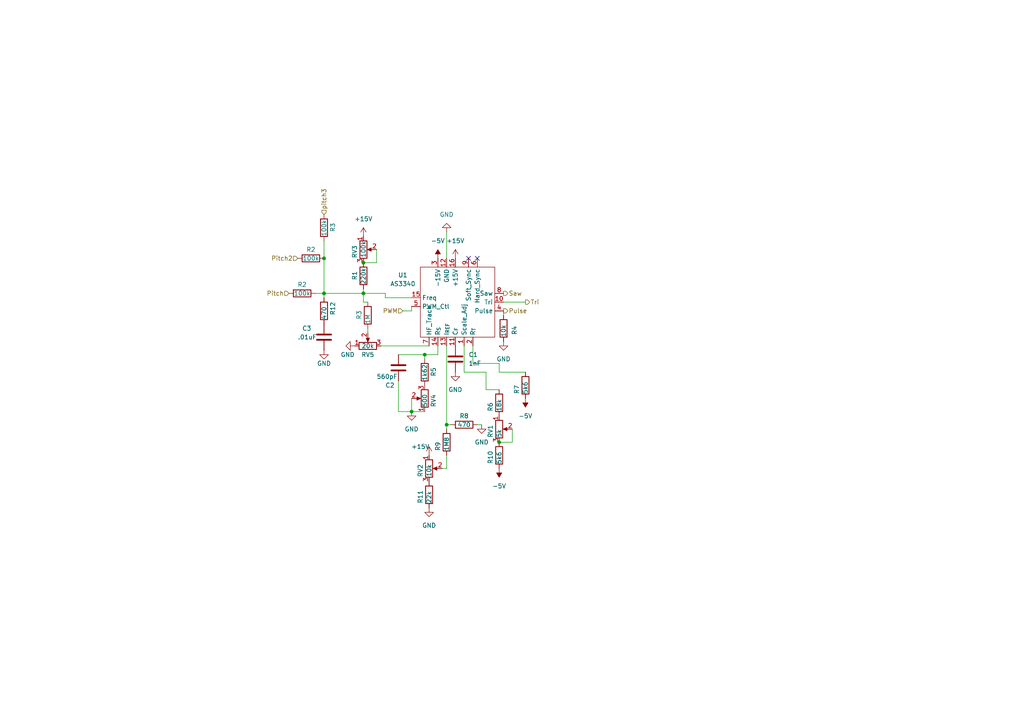
<source format=kicad_sch>
(kicad_sch (version 20211123) (generator eeschema)

  (uuid ad1bf4df-49cc-4e5f-928c-9de967284d0a)

  (paper "A4")

  (lib_symbols
    (symbol "Device:C" (pin_numbers hide) (pin_names (offset 0.254)) (in_bom yes) (on_board yes)
      (property "Reference" "C" (id 0) (at 0.635 2.54 0)
        (effects (font (size 1.27 1.27)) (justify left))
      )
      (property "Value" "C" (id 1) (at 0.635 -2.54 0)
        (effects (font (size 1.27 1.27)) (justify left))
      )
      (property "Footprint" "" (id 2) (at 0.9652 -3.81 0)
        (effects (font (size 1.27 1.27)) hide)
      )
      (property "Datasheet" "~" (id 3) (at 0 0 0)
        (effects (font (size 1.27 1.27)) hide)
      )
      (property "ki_keywords" "cap capacitor" (id 4) (at 0 0 0)
        (effects (font (size 1.27 1.27)) hide)
      )
      (property "ki_description" "Unpolarized capacitor" (id 5) (at 0 0 0)
        (effects (font (size 1.27 1.27)) hide)
      )
      (property "ki_fp_filters" "C_*" (id 6) (at 0 0 0)
        (effects (font (size 1.27 1.27)) hide)
      )
      (symbol "C_0_1"
        (polyline
          (pts
            (xy -2.032 -0.762)
            (xy 2.032 -0.762)
          )
          (stroke (width 0.508) (type default) (color 0 0 0 0))
          (fill (type none))
        )
        (polyline
          (pts
            (xy -2.032 0.762)
            (xy 2.032 0.762)
          )
          (stroke (width 0.508) (type default) (color 0 0 0 0))
          (fill (type none))
        )
      )
      (symbol "C_1_1"
        (pin passive line (at 0 3.81 270) (length 2.794)
          (name "~" (effects (font (size 1.27 1.27))))
          (number "1" (effects (font (size 1.27 1.27))))
        )
        (pin passive line (at 0 -3.81 90) (length 2.794)
          (name "~" (effects (font (size 1.27 1.27))))
          (number "2" (effects (font (size 1.27 1.27))))
        )
      )
    )
    (symbol "Device:R" (pin_numbers hide) (pin_names (offset 0)) (in_bom yes) (on_board yes)
      (property "Reference" "R" (id 0) (at 2.032 0 90)
        (effects (font (size 1.27 1.27)))
      )
      (property "Value" "R" (id 1) (at 0 0 90)
        (effects (font (size 1.27 1.27)))
      )
      (property "Footprint" "" (id 2) (at -1.778 0 90)
        (effects (font (size 1.27 1.27)) hide)
      )
      (property "Datasheet" "~" (id 3) (at 0 0 0)
        (effects (font (size 1.27 1.27)) hide)
      )
      (property "ki_keywords" "R res resistor" (id 4) (at 0 0 0)
        (effects (font (size 1.27 1.27)) hide)
      )
      (property "ki_description" "Resistor" (id 5) (at 0 0 0)
        (effects (font (size 1.27 1.27)) hide)
      )
      (property "ki_fp_filters" "R_*" (id 6) (at 0 0 0)
        (effects (font (size 1.27 1.27)) hide)
      )
      (symbol "R_0_1"
        (rectangle (start -1.016 -2.54) (end 1.016 2.54)
          (stroke (width 0.254) (type default) (color 0 0 0 0))
          (fill (type none))
        )
      )
      (symbol "R_1_1"
        (pin passive line (at 0 3.81 270) (length 1.27)
          (name "~" (effects (font (size 1.27 1.27))))
          (number "1" (effects (font (size 1.27 1.27))))
        )
        (pin passive line (at 0 -3.81 90) (length 1.27)
          (name "~" (effects (font (size 1.27 1.27))))
          (number "2" (effects (font (size 1.27 1.27))))
        )
      )
    )
    (symbol "Device:R_Potentiometer" (pin_names (offset 1.016) hide) (in_bom yes) (on_board yes)
      (property "Reference" "RV" (id 0) (at -4.445 0 90)
        (effects (font (size 1.27 1.27)))
      )
      (property "Value" "R_Potentiometer" (id 1) (at -2.54 0 90)
        (effects (font (size 1.27 1.27)))
      )
      (property "Footprint" "" (id 2) (at 0 0 0)
        (effects (font (size 1.27 1.27)) hide)
      )
      (property "Datasheet" "~" (id 3) (at 0 0 0)
        (effects (font (size 1.27 1.27)) hide)
      )
      (property "ki_keywords" "resistor variable" (id 4) (at 0 0 0)
        (effects (font (size 1.27 1.27)) hide)
      )
      (property "ki_description" "Potentiometer" (id 5) (at 0 0 0)
        (effects (font (size 1.27 1.27)) hide)
      )
      (property "ki_fp_filters" "Potentiometer*" (id 6) (at 0 0 0)
        (effects (font (size 1.27 1.27)) hide)
      )
      (symbol "R_Potentiometer_0_1"
        (polyline
          (pts
            (xy 2.54 0)
            (xy 1.524 0)
          )
          (stroke (width 0) (type default) (color 0 0 0 0))
          (fill (type none))
        )
        (polyline
          (pts
            (xy 1.143 0)
            (xy 2.286 0.508)
            (xy 2.286 -0.508)
            (xy 1.143 0)
          )
          (stroke (width 0) (type default) (color 0 0 0 0))
          (fill (type outline))
        )
        (rectangle (start 1.016 2.54) (end -1.016 -2.54)
          (stroke (width 0.254) (type default) (color 0 0 0 0))
          (fill (type none))
        )
      )
      (symbol "R_Potentiometer_1_1"
        (pin passive line (at 0 3.81 270) (length 1.27)
          (name "1" (effects (font (size 1.27 1.27))))
          (number "1" (effects (font (size 1.27 1.27))))
        )
        (pin passive line (at 3.81 0 180) (length 1.27)
          (name "2" (effects (font (size 1.27 1.27))))
          (number "2" (effects (font (size 1.27 1.27))))
        )
        (pin passive line (at 0 -3.81 90) (length 1.27)
          (name "3" (effects (font (size 1.27 1.27))))
          (number "3" (effects (font (size 1.27 1.27))))
        )
      )
    )
    (symbol "Synth_Parts:AS3340" (in_bom yes) (on_board yes)
      (property "Reference" "U?" (id 0) (at -24.13 0.2288 0)
        (effects (font (size 1.27 1.27)))
      )
      (property "Value" "AS3340" (id 1) (at -24.13 -2.3112 0)
        (effects (font (size 1.27 1.27)))
      )
      (property "Footprint" "Package_DIP:DIP-18_W7.62mm_Socket" (id 2) (at 0 0 0)
        (effects (font (size 1.27 1.27)) hide)
      )
      (property "Datasheet" "https://www.coolaudio.com/docs/COOLAUDIO_V3340_DATASHEETS.pdf" (id 3) (at 0 0 0)
        (effects (font (size 1.27 1.27)) hide)
      )
      (property "ki_description" "Voltage Controlled Oscillator" (id 4) (at 0 0 0)
        (effects (font (size 1.27 1.27)) hide)
      )
      (symbol "AS3340_0_1"
        (rectangle (start -19.05 2.54) (end 2.54 -17.78)
          (stroke (width 0) (type default) (color 0 0 0 0))
          (fill (type none))
        )
        (pin output line (at -6.35 -20.32 90) (length 2.54)
          (name "Scale_Adj" (effects (font (size 1.27 1.27))))
          (number "1" (effects (font (size 1.27 1.27))))
        )
        (pin output line (at 5.08 -7.62 180) (length 2.54)
          (name "Tri" (effects (font (size 1.27 1.27))))
          (number "10" (effects (font (size 1.27 1.27))))
        )
        (pin output line (at -8.89 -20.32 90) (length 2.54)
          (name "C_{F}" (effects (font (size 1.27 1.27))))
          (number "11" (effects (font (size 1.27 1.27))))
        )
        (pin output line (at -11.43 5.08 270) (length 2.54)
          (name "GND" (effects (font (size 1.27 1.27))))
          (number "12" (effects (font (size 1.27 1.27))))
        )
        (pin output line (at -11.43 -20.32 90) (length 2.54)
          (name "I_{REF}" (effects (font (size 1.27 1.27))))
          (number "13" (effects (font (size 1.27 1.27))))
        )
        (pin output line (at -13.97 -20.32 90) (length 2.54)
          (name "R_{S}" (effects (font (size 1.27 1.27))))
          (number "14" (effects (font (size 1.27 1.27))))
        )
        (pin output line (at -21.59 -6.35 0) (length 2.54)
          (name "Freq" (effects (font (size 1.27 1.27))))
          (number "15" (effects (font (size 1.27 1.27))))
        )
        (pin output line (at -8.89 5.08 270) (length 2.54)
          (name "+15V" (effects (font (size 1.27 1.27))))
          (number "16" (effects (font (size 1.27 1.27))))
        )
        (pin output line (at -3.81 -20.32 90) (length 2.54)
          (name "R_{T}" (effects (font (size 1.27 1.27))))
          (number "2" (effects (font (size 1.27 1.27))))
        )
        (pin output line (at -13.97 5.08 270) (length 2.54)
          (name "-15V" (effects (font (size 1.27 1.27))))
          (number "3" (effects (font (size 1.27 1.27))))
        )
        (pin output line (at 5.08 -10.16 180) (length 2.54)
          (name "Pulse" (effects (font (size 1.27 1.27))))
          (number "4" (effects (font (size 1.27 1.27))))
        )
        (pin output line (at -21.59 -8.89 0) (length 2.54)
          (name "PWM_Ctl" (effects (font (size 1.27 1.27))))
          (number "5" (effects (font (size 1.27 1.27))))
        )
        (pin output line (at -2.54 5.08 270) (length 2.54)
          (name "Hard_Sync" (effects (font (size 1.27 1.27))))
          (number "6" (effects (font (size 1.27 1.27))))
        )
        (pin output line (at -16.51 -20.32 90) (length 2.54)
          (name "HF_Track" (effects (font (size 1.27 1.27))))
          (number "7" (effects (font (size 1.27 1.27))))
        )
        (pin output line (at 5.08 -5.08 180) (length 2.54)
          (name "Saw" (effects (font (size 1.27 1.27))))
          (number "8" (effects (font (size 1.27 1.27))))
        )
        (pin output line (at -5.08 5.08 270) (length 2.54)
          (name "Soft_Sync" (effects (font (size 1.27 1.27))))
          (number "9" (effects (font (size 1.27 1.27))))
        )
      )
    )
    (symbol "power:+15V" (power) (pin_names (offset 0)) (in_bom yes) (on_board yes)
      (property "Reference" "#PWR" (id 0) (at 0 -3.81 0)
        (effects (font (size 1.27 1.27)) hide)
      )
      (property "Value" "+15V" (id 1) (at 0 3.556 0)
        (effects (font (size 1.27 1.27)))
      )
      (property "Footprint" "" (id 2) (at 0 0 0)
        (effects (font (size 1.27 1.27)) hide)
      )
      (property "Datasheet" "" (id 3) (at 0 0 0)
        (effects (font (size 1.27 1.27)) hide)
      )
      (property "ki_keywords" "power-flag" (id 4) (at 0 0 0)
        (effects (font (size 1.27 1.27)) hide)
      )
      (property "ki_description" "Power symbol creates a global label with name \"+15V\"" (id 5) (at 0 0 0)
        (effects (font (size 1.27 1.27)) hide)
      )
      (symbol "+15V_0_1"
        (polyline
          (pts
            (xy -0.762 1.27)
            (xy 0 2.54)
          )
          (stroke (width 0) (type default) (color 0 0 0 0))
          (fill (type none))
        )
        (polyline
          (pts
            (xy 0 0)
            (xy 0 2.54)
          )
          (stroke (width 0) (type default) (color 0 0 0 0))
          (fill (type none))
        )
        (polyline
          (pts
            (xy 0 2.54)
            (xy 0.762 1.27)
          )
          (stroke (width 0) (type default) (color 0 0 0 0))
          (fill (type none))
        )
      )
      (symbol "+15V_1_1"
        (pin power_in line (at 0 0 90) (length 0) hide
          (name "+15V" (effects (font (size 1.27 1.27))))
          (number "1" (effects (font (size 1.27 1.27))))
        )
      )
    )
    (symbol "power:-5V" (power) (pin_names (offset 0)) (in_bom yes) (on_board yes)
      (property "Reference" "#PWR" (id 0) (at 0 2.54 0)
        (effects (font (size 1.27 1.27)) hide)
      )
      (property "Value" "-5V" (id 1) (at 0 3.81 0)
        (effects (font (size 1.27 1.27)))
      )
      (property "Footprint" "" (id 2) (at 0 0 0)
        (effects (font (size 1.27 1.27)) hide)
      )
      (property "Datasheet" "" (id 3) (at 0 0 0)
        (effects (font (size 1.27 1.27)) hide)
      )
      (property "ki_keywords" "power-flag" (id 4) (at 0 0 0)
        (effects (font (size 1.27 1.27)) hide)
      )
      (property "ki_description" "Power symbol creates a global label with name \"-5V\"" (id 5) (at 0 0 0)
        (effects (font (size 1.27 1.27)) hide)
      )
      (symbol "-5V_0_0"
        (pin power_in line (at 0 0 90) (length 0) hide
          (name "-5V" (effects (font (size 1.27 1.27))))
          (number "1" (effects (font (size 1.27 1.27))))
        )
      )
      (symbol "-5V_0_1"
        (polyline
          (pts
            (xy 0 0)
            (xy 0 1.27)
            (xy 0.762 1.27)
            (xy 0 2.54)
            (xy -0.762 1.27)
            (xy 0 1.27)
          )
          (stroke (width 0) (type default) (color 0 0 0 0))
          (fill (type outline))
        )
      )
    )
    (symbol "power:GND" (power) (pin_names (offset 0)) (in_bom yes) (on_board yes)
      (property "Reference" "#PWR" (id 0) (at 0 -6.35 0)
        (effects (font (size 1.27 1.27)) hide)
      )
      (property "Value" "GND" (id 1) (at 0 -3.81 0)
        (effects (font (size 1.27 1.27)))
      )
      (property "Footprint" "" (id 2) (at 0 0 0)
        (effects (font (size 1.27 1.27)) hide)
      )
      (property "Datasheet" "" (id 3) (at 0 0 0)
        (effects (font (size 1.27 1.27)) hide)
      )
      (property "ki_keywords" "power-flag" (id 4) (at 0 0 0)
        (effects (font (size 1.27 1.27)) hide)
      )
      (property "ki_description" "Power symbol creates a global label with name \"GND\" , ground" (id 5) (at 0 0 0)
        (effects (font (size 1.27 1.27)) hide)
      )
      (symbol "GND_0_1"
        (polyline
          (pts
            (xy 0 0)
            (xy 0 -1.27)
            (xy 1.27 -1.27)
            (xy 0 -2.54)
            (xy -1.27 -1.27)
            (xy 0 -1.27)
          )
          (stroke (width 0) (type default) (color 0 0 0 0))
          (fill (type none))
        )
      )
      (symbol "GND_1_1"
        (pin power_in line (at 0 0 270) (length 0) hide
          (name "GND" (effects (font (size 1.27 1.27))))
          (number "1" (effects (font (size 1.27 1.27))))
        )
      )
    )
  )

  (junction (at 123.19 102.87) (diameter 0) (color 0 0 0 0)
    (uuid 4c210c9a-7dd1-4a20-9e98-e8274559c36a)
  )
  (junction (at 144.78 128.27) (diameter 0) (color 0 0 0 0)
    (uuid 5bc32a41-6ccd-4450-9112-db3a89122285)
  )
  (junction (at 105.41 76.2) (diameter 0) (color 0 0 0 0)
    (uuid 6f84b054-325e-4eb0-8000-c064a25f5d74)
  )
  (junction (at 105.41 85.09) (diameter 0) (color 0 0 0 0)
    (uuid 79c3c8a0-79ed-46e4-a279-dcaf2ad4ec61)
  )
  (junction (at 93.98 74.93) (diameter 0) (color 0 0 0 0)
    (uuid 9e343163-c6ad-421f-b91b-9aebb4563bd9)
  )
  (junction (at 119.38 119.38) (diameter 0) (color 0 0 0 0)
    (uuid bcce3566-13f1-4e19-9636-9ed285fc05f1)
  )
  (junction (at 129.54 123.19) (diameter 0) (color 0 0 0 0)
    (uuid d54e3c6c-8fba-45b2-80f5-17b753dc5a6b)
  )
  (junction (at 93.98 85.09) (diameter 0) (color 0 0 0 0)
    (uuid edb3bda5-9fab-4e1e-b0ba-601ca11834aa)
  )

  (no_connect (at 138.43 74.93) (uuid 528103ff-79c3-4414-ab21-cd51d48ddb6b))
  (no_connect (at 135.89 74.93) (uuid 528103ff-79c3-4414-ab21-cd51d48ddb6c))

  (wire (pts (xy 119.38 86.36) (xy 111.76 86.36))
    (stroke (width 0) (type default) (color 0 0 0 0))
    (uuid 025beaab-b6fd-4241-a77c-71b4ec64c488)
  )
  (wire (pts (xy 115.57 119.38) (xy 119.38 119.38))
    (stroke (width 0) (type default) (color 0 0 0 0))
    (uuid 035790b4-c83c-4a73-9496-3f440424c41d)
  )
  (wire (pts (xy 134.62 107.95) (xy 140.97 107.95))
    (stroke (width 0) (type default) (color 0 0 0 0))
    (uuid 03d6997f-9bc8-44b8-bbbc-c82ab25e37e0)
  )
  (wire (pts (xy 116.84 90.17) (xy 119.38 90.17))
    (stroke (width 0) (type default) (color 0 0 0 0))
    (uuid 11f18977-2064-4f69-90da-7af6d2107bbc)
  )
  (wire (pts (xy 93.98 85.09) (xy 105.41 85.09))
    (stroke (width 0) (type default) (color 0 0 0 0))
    (uuid 1af4d11e-5700-4718-a5bc-5cbeb2a51f3d)
  )
  (wire (pts (xy 119.38 119.38) (xy 123.19 119.38))
    (stroke (width 0) (type default) (color 0 0 0 0))
    (uuid 1ebe05c2-40ed-4ded-930c-d665ad265801)
  )
  (wire (pts (xy 93.98 85.09) (xy 93.98 86.36))
    (stroke (width 0) (type default) (color 0 0 0 0))
    (uuid 1fef0b5d-e397-459d-ad37-c1160e7299b0)
  )
  (wire (pts (xy 140.97 107.95) (xy 140.97 113.03))
    (stroke (width 0) (type default) (color 0 0 0 0))
    (uuid 24b884f8-12ce-4bfe-ba7a-35f3d4689f1a)
  )
  (wire (pts (xy 91.44 85.09) (xy 93.98 85.09))
    (stroke (width 0) (type default) (color 0 0 0 0))
    (uuid 446f133f-581c-4c32-8a9e-241541c3093f)
  )
  (wire (pts (xy 93.98 69.85) (xy 93.98 74.93))
    (stroke (width 0) (type default) (color 0 0 0 0))
    (uuid 459cc8e5-2f83-4a15-acf2-3fbd7360c05e)
  )
  (wire (pts (xy 127 102.87) (xy 123.19 102.87))
    (stroke (width 0) (type default) (color 0 0 0 0))
    (uuid 4815787a-0689-41bf-b38c-a6bfc8cc09fc)
  )
  (wire (pts (xy 106.68 96.52) (xy 106.68 95.25))
    (stroke (width 0) (type default) (color 0 0 0 0))
    (uuid 4fb4afce-d8c6-4fc2-9769-7218e42ba78c)
  )
  (wire (pts (xy 146.05 90.17) (xy 146.05 91.44))
    (stroke (width 0) (type default) (color 0 0 0 0))
    (uuid 7438b8b8-dcd3-4d7a-81a0-8f77a00a91bf)
  )
  (wire (pts (xy 129.54 100.33) (xy 129.54 123.19))
    (stroke (width 0) (type default) (color 0 0 0 0))
    (uuid 7ec5d701-207d-4caf-8802-61956ca6a55d)
  )
  (wire (pts (xy 111.76 86.36) (xy 111.76 85.09))
    (stroke (width 0) (type default) (color 0 0 0 0))
    (uuid 85755db5-864b-44f4-9860-3f2c312f1fdd)
  )
  (wire (pts (xy 129.54 123.19) (xy 129.54 124.46))
    (stroke (width 0) (type default) (color 0 0 0 0))
    (uuid 8b0a88fc-8b20-4aa2-bfaf-280f7b42cced)
  )
  (wire (pts (xy 138.43 123.19) (xy 139.7 123.19))
    (stroke (width 0) (type default) (color 0 0 0 0))
    (uuid 8bf3b020-8acb-416a-8440-0ec796537b14)
  )
  (wire (pts (xy 119.38 90.17) (xy 119.38 88.9))
    (stroke (width 0) (type default) (color 0 0 0 0))
    (uuid 8d2b8307-8f96-4cd9-93d0-6f5267ebd242)
  )
  (wire (pts (xy 93.98 74.93) (xy 93.98 85.09))
    (stroke (width 0) (type default) (color 0 0 0 0))
    (uuid 9713604d-68b1-4362-91e2-f76258df8f01)
  )
  (wire (pts (xy 119.38 119.38) (xy 119.38 115.57))
    (stroke (width 0) (type default) (color 0 0 0 0))
    (uuid 980dec0a-cec5-4a01-8cb9-9956991200b8)
  )
  (wire (pts (xy 137.16 100.33) (xy 137.16 105.41))
    (stroke (width 0) (type default) (color 0 0 0 0))
    (uuid 9c0f2701-1729-49c6-b1dd-1a9826b33d83)
  )
  (wire (pts (xy 148.59 128.27) (xy 144.78 128.27))
    (stroke (width 0) (type default) (color 0 0 0 0))
    (uuid 9e66e3af-3d3c-42aa-9d54-2247c76141d5)
  )
  (wire (pts (xy 146.05 87.63) (xy 152.4 87.63))
    (stroke (width 0) (type default) (color 0 0 0 0))
    (uuid 9fd757e1-6704-4575-b42c-627cb0cc0cfb)
  )
  (wire (pts (xy 130.81 123.19) (xy 129.54 123.19))
    (stroke (width 0) (type default) (color 0 0 0 0))
    (uuid a229dba8-7ba7-4fc3-8beb-02273c7037fa)
  )
  (wire (pts (xy 111.76 85.09) (xy 105.41 85.09))
    (stroke (width 0) (type default) (color 0 0 0 0))
    (uuid a2bd0d81-81d3-4131-a7d7-e427bae59208)
  )
  (wire (pts (xy 105.41 83.82) (xy 105.41 85.09))
    (stroke (width 0) (type default) (color 0 0 0 0))
    (uuid ac548e53-ebbc-4370-91a3-0e833ccd5faa)
  )
  (wire (pts (xy 129.54 135.89) (xy 129.54 132.08))
    (stroke (width 0) (type default) (color 0 0 0 0))
    (uuid ad79b20b-13fc-4bda-88e8-fb59f5680ee9)
  )
  (wire (pts (xy 152.4 107.95) (xy 144.78 107.95))
    (stroke (width 0) (type default) (color 0 0 0 0))
    (uuid b24afa17-e200-428a-a310-2b838134c8e6)
  )
  (wire (pts (xy 109.22 72.39) (xy 109.22 76.2))
    (stroke (width 0) (type default) (color 0 0 0 0))
    (uuid b4113201-3386-4af0-bb5b-432a7cd90d96)
  )
  (wire (pts (xy 134.62 107.95) (xy 134.62 100.33))
    (stroke (width 0) (type default) (color 0 0 0 0))
    (uuid b70e0724-fc37-49c0-a958-74472d3ded01)
  )
  (wire (pts (xy 110.49 100.33) (xy 124.46 100.33))
    (stroke (width 0) (type default) (color 0 0 0 0))
    (uuid bb9cfd17-ab7f-46ed-9c89-9a472fa55600)
  )
  (wire (pts (xy 137.16 105.41) (xy 144.78 105.41))
    (stroke (width 0) (type default) (color 0 0 0 0))
    (uuid c017a7cd-fde2-4cef-b9f4-3c4059e3d608)
  )
  (wire (pts (xy 148.59 124.46) (xy 148.59 128.27))
    (stroke (width 0) (type default) (color 0 0 0 0))
    (uuid c1b6cbbe-e8a9-46e6-a621-7f88dec39400)
  )
  (wire (pts (xy 123.19 102.87) (xy 123.19 104.14))
    (stroke (width 0) (type default) (color 0 0 0 0))
    (uuid c3df4e67-6f8c-49c4-b0d3-138b537d0bc4)
  )
  (wire (pts (xy 105.41 85.09) (xy 105.41 87.63))
    (stroke (width 0) (type default) (color 0 0 0 0))
    (uuid c3e0c7a4-b328-4c48-965e-e477a424ef48)
  )
  (wire (pts (xy 140.97 113.03) (xy 144.78 113.03))
    (stroke (width 0) (type default) (color 0 0 0 0))
    (uuid c6d140f4-d741-49bf-b9f1-3585046dec3c)
  )
  (wire (pts (xy 109.22 76.2) (xy 105.41 76.2))
    (stroke (width 0) (type default) (color 0 0 0 0))
    (uuid ca677dc6-bd0f-4aac-8355-73afcc75a4cf)
  )
  (wire (pts (xy 127 102.87) (xy 127 100.33))
    (stroke (width 0) (type default) (color 0 0 0 0))
    (uuid d40aeb91-faed-4bab-98fb-7e2b06816ee1)
  )
  (wire (pts (xy 128.27 135.89) (xy 129.54 135.89))
    (stroke (width 0) (type default) (color 0 0 0 0))
    (uuid d50e5b5c-8b0a-4372-9a9c-883d82ea623c)
  )
  (wire (pts (xy 115.57 110.49) (xy 115.57 119.38))
    (stroke (width 0) (type default) (color 0 0 0 0))
    (uuid e682b95c-0ccd-43f6-886e-ff853895b1cd)
  )
  (wire (pts (xy 144.78 107.95) (xy 144.78 105.41))
    (stroke (width 0) (type default) (color 0 0 0 0))
    (uuid ef8516a7-37c1-4ec2-891d-2f70ee42aa45)
  )
  (wire (pts (xy 115.57 102.87) (xy 123.19 102.87))
    (stroke (width 0) (type default) (color 0 0 0 0))
    (uuid f613eeb0-e712-4875-b867-6f26f8f2a8ab)
  )
  (wire (pts (xy 106.68 87.63) (xy 105.41 87.63))
    (stroke (width 0) (type default) (color 0 0 0 0))
    (uuid fa0e4b35-e106-4d2c-ab51-2e40d87404da)
  )
  (wire (pts (xy 129.54 67.31) (xy 129.54 74.93))
    (stroke (width 0) (type default) (color 0 0 0 0))
    (uuid ffb730cc-929d-48bc-a762-73e9adc5f451)
  )

  (hierarchical_label "Tri" (shape output) (at 152.4 87.63 0)
    (effects (font (size 1.27 1.27)) (justify left))
    (uuid 56062cad-db59-4865-adf3-f22e83a0de5f)
  )
  (hierarchical_label "Pitch" (shape input) (at 83.82 85.09 180)
    (effects (font (size 1.27 1.27)) (justify right))
    (uuid 56cb21f9-9b79-4a87-b43a-37fd12474922)
  )
  (hierarchical_label "pitch3" (shape input) (at 93.98 62.23 90)
    (effects (font (size 1.27 1.27)) (justify left))
    (uuid 57135405-4273-4a21-a181-1ac777e4723c)
  )
  (hierarchical_label "Pitch2" (shape input) (at 86.36 74.93 180)
    (effects (font (size 1.27 1.27)) (justify right))
    (uuid 8e01f13c-7bf7-401e-ac28-9c8cfb513576)
  )
  (hierarchical_label "Saw" (shape output) (at 146.05 85.09 0)
    (effects (font (size 1.27 1.27)) (justify left))
    (uuid 9316763b-2e71-43b8-8bd9-ca8afcbb616c)
  )
  (hierarchical_label "PWM" (shape input) (at 116.84 90.17 180)
    (effects (font (size 1.27 1.27)) (justify right))
    (uuid c1959014-2f1a-4b64-9922-3adfd4c54619)
  )
  (hierarchical_label "Pulse" (shape output) (at 146.05 90.17 0)
    (effects (font (size 1.27 1.27)) (justify left))
    (uuid febe8886-1dd8-4c10-a19e-8ed80b52c702)
  )

  (symbol (lib_id "power:GND") (at 129.54 67.31 180) (unit 1)
    (in_bom yes) (on_board yes) (fields_autoplaced)
    (uuid 0202b115-b107-4c24-a07b-8cc527fa2978)
    (property "Reference" "#PWR0102" (id 0) (at 129.54 60.96 0)
      (effects (font (size 1.27 1.27)) hide)
    )
    (property "Value" "GND" (id 1) (at 129.54 62.23 0))
    (property "Footprint" "" (id 2) (at 129.54 67.31 0)
      (effects (font (size 1.27 1.27)) hide)
    )
    (property "Datasheet" "" (id 3) (at 129.54 67.31 0)
      (effects (font (size 1.27 1.27)) hide)
    )
    (pin "1" (uuid f55571a1-db3e-4b0f-864a-709a76eb7054))
  )

  (symbol (lib_id "power:-5V") (at 144.78 135.89 180) (unit 1)
    (in_bom yes) (on_board yes) (fields_autoplaced)
    (uuid 05fcb28a-57af-4dea-85f4-43f7577d5a25)
    (property "Reference" "#PWR0114" (id 0) (at 144.78 138.43 0)
      (effects (font (size 1.27 1.27)) hide)
    )
    (property "Value" "-5V" (id 1) (at 144.78 140.97 0))
    (property "Footprint" "" (id 2) (at 144.78 135.89 0)
      (effects (font (size 1.27 1.27)) hide)
    )
    (property "Datasheet" "" (id 3) (at 144.78 135.89 0)
      (effects (font (size 1.27 1.27)) hide)
    )
    (pin "1" (uuid efa87ac7-8650-4b6b-952b-56a48e700c02))
  )

  (symbol (lib_id "power:GND") (at 102.87 100.33 270) (unit 1)
    (in_bom yes) (on_board yes)
    (uuid 07f8fc6e-cbb3-4971-b1ad-422506fd2f42)
    (property "Reference" "#PWR0107" (id 0) (at 96.52 100.33 0)
      (effects (font (size 1.27 1.27)) hide)
    )
    (property "Value" "GND" (id 1) (at 102.87 102.87 90)
      (effects (font (size 1.27 1.27)) (justify right))
    )
    (property "Footprint" "" (id 2) (at 102.87 100.33 0)
      (effects (font (size 1.27 1.27)) hide)
    )
    (property "Datasheet" "" (id 3) (at 102.87 100.33 0)
      (effects (font (size 1.27 1.27)) hide)
    )
    (pin "1" (uuid 3e8474e8-afb1-42af-982b-615ca0d4061b))
  )

  (symbol (lib_id "power:+15V") (at 132.08 74.93 0) (unit 1)
    (in_bom yes) (on_board yes) (fields_autoplaced)
    (uuid 0f8e7eb8-bf62-45f3-a4bc-7c46f07a9ad5)
    (property "Reference" "#PWR0105" (id 0) (at 132.08 78.74 0)
      (effects (font (size 1.27 1.27)) hide)
    )
    (property "Value" "+15V" (id 1) (at 132.08 69.85 0))
    (property "Footprint" "" (id 2) (at 132.08 74.93 0)
      (effects (font (size 1.27 1.27)) hide)
    )
    (property "Datasheet" "" (id 3) (at 132.08 74.93 0)
      (effects (font (size 1.27 1.27)) hide)
    )
    (pin "1" (uuid c5e2e8ca-a9ce-4969-abd1-db4741ebb34e))
  )

  (symbol (lib_id "power:GND") (at 119.38 119.38 0) (unit 1)
    (in_bom yes) (on_board yes) (fields_autoplaced)
    (uuid 1090d665-0349-4279-8ef9-29dd76e37da8)
    (property "Reference" "#PWR0111" (id 0) (at 119.38 125.73 0)
      (effects (font (size 1.27 1.27)) hide)
    )
    (property "Value" "GND" (id 1) (at 119.38 124.46 0))
    (property "Footprint" "" (id 2) (at 119.38 119.38 0)
      (effects (font (size 1.27 1.27)) hide)
    )
    (property "Datasheet" "" (id 3) (at 119.38 119.38 0)
      (effects (font (size 1.27 1.27)) hide)
    )
    (pin "1" (uuid a33b538b-2a41-4e74-8e03-dd250e5b3d3d))
  )

  (symbol (lib_id "power:GND") (at 139.7 123.19 0) (unit 1)
    (in_bom yes) (on_board yes) (fields_autoplaced)
    (uuid 15929d04-115c-4bd4-9b9a-fca06875602f)
    (property "Reference" "#PWR0112" (id 0) (at 139.7 129.54 0)
      (effects (font (size 1.27 1.27)) hide)
    )
    (property "Value" "GND" (id 1) (at 139.7 128.27 0))
    (property "Footprint" "" (id 2) (at 139.7 123.19 0)
      (effects (font (size 1.27 1.27)) hide)
    )
    (property "Datasheet" "" (id 3) (at 139.7 123.19 0)
      (effects (font (size 1.27 1.27)) hide)
    )
    (pin "1" (uuid f1ab2d4b-90fd-4fab-8cb1-8ceadb35b1ff))
  )

  (symbol (lib_id "Device:R") (at 123.19 107.95 0) (unit 1)
    (in_bom yes) (on_board yes)
    (uuid 1932db09-4f0a-4ff4-8545-6795707b0f39)
    (property "Reference" "R22" (id 0) (at 125.73 109.22 90)
      (effects (font (size 1.27 1.27)) (justify left))
    )
    (property "Value" "1k6" (id 1) (at 123.19 110.49 90)
      (effects (font (size 1.27 1.27)) (justify left))
    )
    (property "Footprint" "Resistor_THT:R_Axial_DIN0207_L6.3mm_D2.5mm_P10.16mm_Horizontal" (id 2) (at 121.412 107.95 90)
      (effects (font (size 1.27 1.27)) hide)
    )
    (property "Datasheet" "~" (id 3) (at 123.19 107.95 0)
      (effects (font (size 1.27 1.27)) hide)
    )
    (pin "1" (uuid 99ec2997-083c-4355-9049-89025df82a9e))
    (pin "2" (uuid 9e5d9942-6368-4cf7-a619-fb83a33cb286))
  )

  (symbol (lib_id "Synth_Parts:AS3340") (at 140.97 80.01 0) (unit 1)
    (in_bom yes) (on_board yes) (fields_autoplaced)
    (uuid 1ea16567-d0b7-4dd6-bfb4-19d540acb313)
    (property "Reference" "U2" (id 0) (at 116.84 79.7812 0))
    (property "Value" "AS3340" (id 1) (at 116.84 82.3212 0))
    (property "Footprint" "Package_DIP:DIP-16_W7.62mm_Socket" (id 2) (at 140.97 80.01 0)
      (effects (font (size 1.27 1.27)) hide)
    )
    (property "Datasheet" "https://www.coolaudio.com/docs/COOLAUDIO_V3340_DATASHEETS.pdf" (id 3) (at 140.97 80.01 0)
      (effects (font (size 1.27 1.27)) hide)
    )
    (pin "1" (uuid dfa059b8-1da3-4822-bc36-e49d6180af1c))
    (pin "10" (uuid 76c28244-15f7-4583-bd86-c290af10bf9b))
    (pin "11" (uuid ea0f1043-5f64-4c6f-99bb-82558e571447))
    (pin "12" (uuid ff113fb5-8567-49a9-a603-b15034b9c81e))
    (pin "13" (uuid 110df110-4b2e-4b1d-9b86-21da30d33c6f))
    (pin "14" (uuid aa7be6b2-abe5-4124-ac29-729bc58dafcf))
    (pin "15" (uuid 1dce79e3-caf5-40c9-b8f9-f19c9ca4404f))
    (pin "16" (uuid 1f8d8c1c-138e-4357-9f21-0c3e94e9b8bf))
    (pin "2" (uuid 73194592-c4d5-43b4-b60a-1e3b13c863fb))
    (pin "3" (uuid f8ef2ddb-4c7a-4aad-9dfa-d168b6219930))
    (pin "4" (uuid 01e42908-3622-4fa9-a96b-08e6c3c9c45c))
    (pin "5" (uuid 9a932a25-6bda-48cc-8f81-29fee231bc6f))
    (pin "6" (uuid c631f715-3b9f-4e2d-9e06-2a79162c9c23))
    (pin "7" (uuid 43f00d42-cce1-426c-a947-7932a2551ca8))
    (pin "8" (uuid c6fe1e60-b528-41f6-af57-12a88971bbcf))
    (pin "9" (uuid 84e77a95-e74a-493c-9244-ade1392073ad))
  )

  (symbol (lib_id "power:GND") (at 146.05 99.06 0) (unit 1)
    (in_bom yes) (on_board yes) (fields_autoplaced)
    (uuid 3aefb126-4925-47e5-bb68-a9643a7c76fd)
    (property "Reference" "#PWR0106" (id 0) (at 146.05 105.41 0)
      (effects (font (size 1.27 1.27)) hide)
    )
    (property "Value" "GND" (id 1) (at 146.05 104.14 0))
    (property "Footprint" "" (id 2) (at 146.05 99.06 0)
      (effects (font (size 1.27 1.27)) hide)
    )
    (property "Datasheet" "" (id 3) (at 146.05 99.06 0)
      (effects (font (size 1.27 1.27)) hide)
    )
    (pin "1" (uuid a4f795ae-c3af-4d99-b46b-127aa9d75dff))
  )

  (symbol (lib_id "power:GND") (at 124.46 147.32 0) (unit 1)
    (in_bom yes) (on_board yes) (fields_autoplaced)
    (uuid 45a125ba-9b64-4cd4-8be1-b1ccf94fe492)
    (property "Reference" "#PWR0115" (id 0) (at 124.46 153.67 0)
      (effects (font (size 1.27 1.27)) hide)
    )
    (property "Value" "GND" (id 1) (at 124.46 152.4 0))
    (property "Footprint" "" (id 2) (at 124.46 147.32 0)
      (effects (font (size 1.27 1.27)) hide)
    )
    (property "Datasheet" "" (id 3) (at 124.46 147.32 0)
      (effects (font (size 1.27 1.27)) hide)
    )
    (pin "1" (uuid 3f3d9196-c9d9-4340-81f8-bc7f6600307f))
  )

  (symbol (lib_id "power:-5V") (at 127 74.93 0) (unit 1)
    (in_bom yes) (on_board yes) (fields_autoplaced)
    (uuid 50936b13-816b-49d9-aa8c-e1736fadffe8)
    (property "Reference" "#PWR0104" (id 0) (at 127 72.39 0)
      (effects (font (size 1.27 1.27)) hide)
    )
    (property "Value" "-5V" (id 1) (at 127 69.85 0))
    (property "Footprint" "" (id 2) (at 127 74.93 0)
      (effects (font (size 1.27 1.27)) hide)
    )
    (property "Datasheet" "" (id 3) (at 127 74.93 0)
      (effects (font (size 1.27 1.27)) hide)
    )
    (pin "1" (uuid 2d130c2b-9688-427e-b81a-89e4613e2763))
  )

  (symbol (lib_id "Device:R_Potentiometer") (at 124.46 135.89 0) (unit 1)
    (in_bom yes) (on_board yes)
    (uuid 54da1f8e-fd94-4e76-bd78-c74dfb6d7027)
    (property "Reference" "RV5" (id 0) (at 121.92 134.62 90)
      (effects (font (size 1.27 1.27)) (justify right))
    )
    (property "Value" "10k" (id 1) (at 124.46 134.62 90)
      (effects (font (size 1.27 1.27)) (justify right))
    )
    (property "Footprint" "Potentiometer_THT:Potentiometer_Bourns_3296W_Vertical" (id 2) (at 124.46 135.89 0)
      (effects (font (size 1.27 1.27)) hide)
    )
    (property "Datasheet" "~" (id 3) (at 124.46 135.89 0)
      (effects (font (size 1.27 1.27)) hide)
    )
    (pin "1" (uuid 5492cf51-c20d-4fe7-9271-9bca964c10b7))
    (pin "2" (uuid f8c6f466-a6b4-4e8d-966d-9d7d1af19d53))
    (pin "3" (uuid f3d37e34-7848-4703-9246-accc14c845b6))
  )

  (symbol (lib_id "Device:R") (at 129.54 128.27 0) (unit 1)
    (in_bom yes) (on_board yes)
    (uuid 54e4ed34-5011-4d60-99a9-2ea05cce9b85)
    (property "Reference" "R39" (id 0) (at 127 130.81 90)
      (effects (font (size 1.27 1.27)) (justify left))
    )
    (property "Value" "1M8" (id 1) (at 129.54 130.81 90)
      (effects (font (size 1.27 1.27)) (justify left))
    )
    (property "Footprint" "Resistor_THT:R_Axial_DIN0207_L6.3mm_D2.5mm_P10.16mm_Horizontal" (id 2) (at 127.762 128.27 90)
      (effects (font (size 1.27 1.27)) hide)
    )
    (property "Datasheet" "~" (id 3) (at 129.54 128.27 0)
      (effects (font (size 1.27 1.27)) hide)
    )
    (pin "1" (uuid d040de55-21d4-49ab-9adf-3c9cb1658bb7))
    (pin "2" (uuid cb68171a-642a-4a1f-8842-6dc41b2ac2fc))
  )

  (symbol (lib_id "power:GND") (at 93.98 101.6 0) (unit 1)
    (in_bom yes) (on_board yes)
    (uuid 66182f9d-749c-47cc-a727-795d6bc0a6fa)
    (property "Reference" "#PWR0108" (id 0) (at 93.98 107.95 0)
      (effects (font (size 1.27 1.27)) hide)
    )
    (property "Value" "GND" (id 1) (at 93.98 105.41 0))
    (property "Footprint" "" (id 2) (at 93.98 101.6 0)
      (effects (font (size 1.27 1.27)) hide)
    )
    (property "Datasheet" "" (id 3) (at 93.98 101.6 0)
      (effects (font (size 1.27 1.27)) hide)
    )
    (pin "1" (uuid 3788822e-0067-4312-b5cf-0a8b72317157))
  )

  (symbol (lib_id "Device:C") (at 115.57 106.68 0) (unit 1)
    (in_bom yes) (on_board yes)
    (uuid 69cb2063-0f87-47d6-bbdb-4ab915e02ffe)
    (property "Reference" "C7" (id 0) (at 111.76 111.76 0)
      (effects (font (size 1.27 1.27)) (justify left))
    )
    (property "Value" "560pF" (id 1) (at 109.22 109.22 0)
      (effects (font (size 1.27 1.27)) (justify left))
    )
    (property "Footprint" "Capacitor_THT:C_Disc_D5.0mm_W2.5mm_P5.00mm" (id 2) (at 116.5352 110.49 0)
      (effects (font (size 1.27 1.27)) hide)
    )
    (property "Datasheet" "~" (id 3) (at 115.57 106.68 0)
      (effects (font (size 1.27 1.27)) hide)
    )
    (pin "1" (uuid 1c945ffe-4c0d-4cee-8de8-66677cac73cd))
    (pin "2" (uuid de2878ad-bb89-4996-82d9-e7f76984faa9))
  )

  (symbol (lib_id "Device:R_Potentiometer") (at 144.78 124.46 0) (unit 1)
    (in_bom yes) (on_board yes)
    (uuid 73b5ee71-85e4-440a-b942-4d4dbe9ddfbc)
    (property "Reference" "RV4" (id 0) (at 142.24 123.19 90)
      (effects (font (size 1.27 1.27)) (justify right))
    )
    (property "Value" "5k" (id 1) (at 144.78 124.46 90)
      (effects (font (size 1.27 1.27)) (justify right))
    )
    (property "Footprint" "Potentiometer_THT:Potentiometer_Bourns_3296W_Vertical" (id 2) (at 144.78 124.46 0)
      (effects (font (size 1.27 1.27)) hide)
    )
    (property "Datasheet" "~" (id 3) (at 144.78 124.46 0)
      (effects (font (size 1.27 1.27)) hide)
    )
    (pin "1" (uuid 9cbf3c65-64a1-46cc-8053-01ac50737770))
    (pin "2" (uuid fe531454-f22d-45b2-88cb-50b68fa57160))
    (pin "3" (uuid 62241833-89b0-49ba-a1af-c64741206f32))
  )

  (symbol (lib_id "power:+15V") (at 124.46 132.08 0) (unit 1)
    (in_bom yes) (on_board yes)
    (uuid 75aa960a-d45c-4041-b11c-e92aa516633e)
    (property "Reference" "#PWR0113" (id 0) (at 124.46 135.89 0)
      (effects (font (size 1.27 1.27)) hide)
    )
    (property "Value" "+15V" (id 1) (at 121.92 129.54 0))
    (property "Footprint" "" (id 2) (at 124.46 132.08 0)
      (effects (font (size 1.27 1.27)) hide)
    )
    (property "Datasheet" "" (id 3) (at 124.46 132.08 0)
      (effects (font (size 1.27 1.27)) hide)
    )
    (pin "1" (uuid cb003e16-da0d-44a9-a12a-e39cf2acf26e))
  )

  (symbol (lib_id "Device:R") (at 134.62 123.19 90) (unit 1)
    (in_bom yes) (on_board yes)
    (uuid 7b19745c-4f17-46d0-b463-3c3ea4b69587)
    (property "Reference" "R41" (id 0) (at 134.62 120.65 90))
    (property "Value" "470" (id 1) (at 134.62 123.19 90))
    (property "Footprint" "Resistor_THT:R_Axial_DIN0207_L6.3mm_D2.5mm_P10.16mm_Horizontal" (id 2) (at 134.62 124.968 90)
      (effects (font (size 1.27 1.27)) hide)
    )
    (property "Datasheet" "~" (id 3) (at 134.62 123.19 0)
      (effects (font (size 1.27 1.27)) hide)
    )
    (pin "1" (uuid b44e87d0-ac11-4212-b0d3-3e5261661254))
    (pin "2" (uuid 21c150d7-4412-4bda-a5ba-710faa0a5798))
  )

  (symbol (lib_id "Device:R_Potentiometer") (at 123.19 115.57 180) (unit 1)
    (in_bom yes) (on_board yes)
    (uuid 87b16d5d-52f5-4804-9d0b-f804bf694a93)
    (property "Reference" "RV3" (id 0) (at 125.73 118.11 90)
      (effects (font (size 1.27 1.27)) (justify right))
    )
    (property "Value" "500" (id 1) (at 123.19 118.11 90)
      (effects (font (size 1.27 1.27)) (justify right))
    )
    (property "Footprint" "Potentiometer_THT:Potentiometer_Bourns_3296W_Vertical" (id 2) (at 123.19 115.57 0)
      (effects (font (size 1.27 1.27)) hide)
    )
    (property "Datasheet" "~" (id 3) (at 123.19 115.57 0)
      (effects (font (size 1.27 1.27)) hide)
    )
    (pin "1" (uuid f581e3f5-7de3-456e-9796-ae863beaaec5))
    (pin "2" (uuid dc52fadf-0243-421a-b8fc-755584fc396c))
    (pin "3" (uuid 034d751c-a966-414f-9f12-277dcecae89b))
  )

  (symbol (lib_id "power:-5V") (at 152.4 115.57 180) (unit 1)
    (in_bom yes) (on_board yes) (fields_autoplaced)
    (uuid 903934c5-99b9-4e71-a583-b5294b4b8cc8)
    (property "Reference" "#PWR0110" (id 0) (at 152.4 118.11 0)
      (effects (font (size 1.27 1.27)) hide)
    )
    (property "Value" "-5V" (id 1) (at 152.4 120.65 0))
    (property "Footprint" "" (id 2) (at 152.4 115.57 0)
      (effects (font (size 1.27 1.27)) hide)
    )
    (property "Datasheet" "" (id 3) (at 152.4 115.57 0)
      (effects (font (size 1.27 1.27)) hide)
    )
    (pin "1" (uuid 86a742e3-f925-4ef8-92c3-d283edfbf301))
  )

  (symbol (lib_id "Device:R") (at 93.98 90.17 0) (unit 1)
    (in_bom yes) (on_board yes)
    (uuid 910d5a1e-e6df-4d7e-8b15-ededec0cfbdf)
    (property "Reference" "R4" (id 0) (at 96.52 91.44 90)
      (effects (font (size 1.27 1.27)) (justify left))
    )
    (property "Value" "470" (id 1) (at 93.98 92.71 90)
      (effects (font (size 1.27 1.27)) (justify left))
    )
    (property "Footprint" "Resistor_THT:R_Axial_DIN0207_L6.3mm_D2.5mm_P10.16mm_Horizontal" (id 2) (at 92.202 90.17 90)
      (effects (font (size 1.27 1.27)) hide)
    )
    (property "Datasheet" "~" (id 3) (at 93.98 90.17 0)
      (effects (font (size 1.27 1.27)) hide)
    )
    (pin "1" (uuid 3eea5105-c31d-46b8-9020-e2eed4a68a5b))
    (pin "2" (uuid 8158f68a-5f15-40ab-942a-8f739e37c271))
  )

  (symbol (lib_id "Device:R") (at 152.4 111.76 0) (unit 1)
    (in_bom yes) (on_board yes)
    (uuid 9ceedb96-d713-46fd-8e19-1b0a46a6b1dd)
    (property "Reference" "R16" (id 0) (at 149.86 114.3 90)
      (effects (font (size 1.27 1.27)) (justify left))
    )
    (property "Value" "5k6" (id 1) (at 152.4 114.3 90)
      (effects (font (size 1.27 1.27)) (justify left))
    )
    (property "Footprint" "Resistor_THT:R_Axial_DIN0207_L6.3mm_D2.5mm_P10.16mm_Horizontal" (id 2) (at 150.622 111.76 90)
      (effects (font (size 1.27 1.27)) hide)
    )
    (property "Datasheet" "~" (id 3) (at 152.4 111.76 0)
      (effects (font (size 1.27 1.27)) hide)
    )
    (pin "1" (uuid de0247d5-b4df-4422-ad2e-2bc22c18003d))
    (pin "2" (uuid 014c639c-f354-4d77-8948-7bd5d0dfb861))
  )

  (symbol (lib_id "Device:R_Potentiometer") (at 105.41 72.39 0) (unit 1)
    (in_bom yes) (on_board yes)
    (uuid a0b68fd3-71cb-4840-8174-df9613a156b3)
    (property "Reference" "RV1" (id 0) (at 102.87 71.1199 90)
      (effects (font (size 1.27 1.27)) (justify right))
    )
    (property "Value" "100k" (id 1) (at 105.41 69.85 90)
      (effects (font (size 1.27 1.27)) (justify right))
    )
    (property "Footprint" "Potentiometer_THT:Potentiometer_Bourns_3296W_Vertical" (id 2) (at 105.41 72.39 0)
      (effects (font (size 1.27 1.27)) hide)
    )
    (property "Datasheet" "~" (id 3) (at 105.41 72.39 0)
      (effects (font (size 1.27 1.27)) hide)
    )
    (pin "1" (uuid 2db63575-0207-45ca-a275-ac5a1c220b3e))
    (pin "2" (uuid 12a4e28c-d8a8-4720-bde8-d40c38dd1111))
    (pin "3" (uuid 1bf3ac71-e371-4309-9afb-11f862712cfd))
  )

  (symbol (lib_id "power:GND") (at 132.08 107.95 0) (unit 1)
    (in_bom yes) (on_board yes) (fields_autoplaced)
    (uuid a82c18aa-5fb1-4510-bc68-102b2a9fe60c)
    (property "Reference" "#PWR0109" (id 0) (at 132.08 114.3 0)
      (effects (font (size 1.27 1.27)) hide)
    )
    (property "Value" "GND" (id 1) (at 132.08 113.03 0))
    (property "Footprint" "" (id 2) (at 132.08 107.95 0)
      (effects (font (size 1.27 1.27)) hide)
    )
    (property "Datasheet" "" (id 3) (at 132.08 107.95 0)
      (effects (font (size 1.27 1.27)) hide)
    )
    (pin "1" (uuid c8c84890-2349-4ed3-8aae-bc53ec3bff1d))
  )

  (symbol (lib_id "Device:C") (at 93.98 97.79 0) (unit 1)
    (in_bom yes) (on_board yes)
    (uuid ac620f16-c7e6-418e-9164-830ae5837c2a)
    (property "Reference" "C8" (id 0) (at 87.63 95.25 0)
      (effects (font (size 1.27 1.27)) (justify left))
    )
    (property "Value" ".01uF" (id 1) (at 86.36 97.79 0)
      (effects (font (size 1.27 1.27)) (justify left))
    )
    (property "Footprint" "Capacitor_THT:C_Disc_D5.0mm_W2.5mm_P5.00mm" (id 2) (at 94.9452 101.6 0)
      (effects (font (size 1.27 1.27)) hide)
    )
    (property "Datasheet" "~" (id 3) (at 93.98 97.79 0)
      (effects (font (size 1.27 1.27)) hide)
    )
    (pin "1" (uuid f8e29ffe-5399-454a-ae6f-621499b87fd0))
    (pin "2" (uuid 003228e6-24e2-49b7-bbd4-cda16c3cec47))
  )

  (symbol (lib_id "Device:R_Potentiometer") (at 106.68 100.33 90) (unit 1)
    (in_bom yes) (on_board yes)
    (uuid b12a2a34-ab8e-4221-9a7b-b3c1c8573fb0)
    (property "Reference" "RV2" (id 0) (at 106.68 102.87 90))
    (property "Value" "20k" (id 1) (at 106.68 100.33 90))
    (property "Footprint" "Potentiometer_THT:Potentiometer_Bourns_3296W_Vertical" (id 2) (at 106.68 100.33 0)
      (effects (font (size 1.27 1.27)) hide)
    )
    (property "Datasheet" "~" (id 3) (at 106.68 100.33 0)
      (effects (font (size 1.27 1.27)) hide)
    )
    (pin "1" (uuid 4621a1f7-1fbc-4e8e-ae76-adf5d6123e29))
    (pin "2" (uuid 6490ef0a-4f15-4a86-b6ba-f5b52e0a8bef))
    (pin "3" (uuid 1c57232e-5161-42a2-97fa-cbc22df17d75))
  )

  (symbol (lib_id "Device:R") (at 124.46 143.51 0) (unit 1)
    (in_bom yes) (on_board yes)
    (uuid b13b0446-f115-4035-b79f-7202c67d25e2)
    (property "Reference" "R42" (id 0) (at 121.92 146.05 90)
      (effects (font (size 1.27 1.27)) (justify left))
    )
    (property "Value" "22k" (id 1) (at 124.46 146.05 90)
      (effects (font (size 1.27 1.27)) (justify left))
    )
    (property "Footprint" "Resistor_THT:R_Axial_DIN0207_L6.3mm_D2.5mm_P10.16mm_Horizontal" (id 2) (at 122.682 143.51 90)
      (effects (font (size 1.27 1.27)) hide)
    )
    (property "Datasheet" "~" (id 3) (at 124.46 143.51 0)
      (effects (font (size 1.27 1.27)) hide)
    )
    (pin "1" (uuid 1a61f7d3-0fa9-4239-a9cc-4aaa443d86c1))
    (pin "2" (uuid 2499649c-67da-4320-bc63-4f4adfcee499))
  )

  (symbol (lib_id "power:+15V") (at 105.41 68.58 0) (unit 1)
    (in_bom yes) (on_board yes) (fields_autoplaced)
    (uuid b21e0a38-3d05-480a-b57f-8955c9b2c38f)
    (property "Reference" "#PWR0103" (id 0) (at 105.41 72.39 0)
      (effects (font (size 1.27 1.27)) hide)
    )
    (property "Value" "+15V" (id 1) (at 105.41 63.5 0))
    (property "Footprint" "" (id 2) (at 105.41 68.58 0)
      (effects (font (size 1.27 1.27)) hide)
    )
    (property "Datasheet" "" (id 3) (at 105.41 68.58 0)
      (effects (font (size 1.27 1.27)) hide)
    )
    (pin "1" (uuid 316ea0f5-65d2-4893-8ece-418d68be7190))
  )

  (symbol (lib_id "Device:R") (at 106.68 91.44 0) (unit 1)
    (in_bom yes) (on_board yes)
    (uuid ba796715-4bd1-432d-9372-d7e8180513a8)
    (property "Reference" "R17" (id 0) (at 104.14 92.71 90)
      (effects (font (size 1.27 1.27)) (justify left))
    )
    (property "Value" "1M" (id 1) (at 106.68 93.98 90)
      (effects (font (size 1.27 1.27)) (justify left))
    )
    (property "Footprint" "Resistor_THT:R_Axial_DIN0207_L6.3mm_D2.5mm_P10.16mm_Horizontal" (id 2) (at 104.902 91.44 90)
      (effects (font (size 1.27 1.27)) hide)
    )
    (property "Datasheet" "~" (id 3) (at 106.68 91.44 0)
      (effects (font (size 1.27 1.27)) hide)
    )
    (pin "1" (uuid 88b9bca7-233a-4e66-8031-be4b7d572f41))
    (pin "2" (uuid bffd69db-fa79-46f1-9243-858e46f15c95))
  )

  (symbol (lib_id "Device:R") (at 90.17 74.93 90) (unit 1)
    (in_bom yes) (on_board yes)
    (uuid be94f15d-1929-440a-9b72-0ec67684ad73)
    (property "Reference" "R2" (id 0) (at 90.17 72.39 90))
    (property "Value" "100k" (id 1) (at 90.17 74.93 90))
    (property "Footprint" "Resistor_THT:R_Axial_DIN0207_L6.3mm_D2.5mm_P10.16mm_Horizontal" (id 2) (at 90.17 76.708 90)
      (effects (font (size 1.27 1.27)) hide)
    )
    (property "Datasheet" "~" (id 3) (at 90.17 74.93 0)
      (effects (font (size 1.27 1.27)) hide)
    )
    (pin "1" (uuid 3aee98a8-9027-4043-bf25-3f60ed572441))
    (pin "2" (uuid 8baae761-f06a-482c-ba0f-a4a01a3b6185))
  )

  (symbol (lib_id "Device:C") (at 132.08 104.14 0) (unit 1)
    (in_bom yes) (on_board yes) (fields_autoplaced)
    (uuid c281504b-0c6e-4175-9bff-671cc03f0519)
    (property "Reference" "C6" (id 0) (at 135.89 102.8699 0)
      (effects (font (size 1.27 1.27)) (justify left))
    )
    (property "Value" "1nF" (id 1) (at 135.89 105.4099 0)
      (effects (font (size 1.27 1.27)) (justify left))
    )
    (property "Footprint" "Capacitor_THT:C_Disc_D5.0mm_W2.5mm_P5.00mm" (id 2) (at 133.0452 107.95 0)
      (effects (font (size 1.27 1.27)) hide)
    )
    (property "Datasheet" "~" (id 3) (at 132.08 104.14 0)
      (effects (font (size 1.27 1.27)) hide)
    )
    (pin "1" (uuid 4edb433c-dd62-420c-8133-81c80ce781bd))
    (pin "2" (uuid 43c23b33-f29c-49f7-819a-956eff571d93))
  )

  (symbol (lib_id "Device:R") (at 144.78 116.84 0) (unit 1)
    (in_bom yes) (on_board yes)
    (uuid d53ee576-9df2-442b-ab9d-5ebb615b85dc)
    (property "Reference" "R21" (id 0) (at 142.24 119.38 90)
      (effects (font (size 1.27 1.27)) (justify left))
    )
    (property "Value" "18k" (id 1) (at 144.78 119.38 90)
      (effects (font (size 1.27 1.27)) (justify left))
    )
    (property "Footprint" "Resistor_THT:R_Axial_DIN0207_L6.3mm_D2.5mm_P10.16mm_Horizontal" (id 2) (at 143.002 116.84 90)
      (effects (font (size 1.27 1.27)) hide)
    )
    (property "Datasheet" "~" (id 3) (at 144.78 116.84 0)
      (effects (font (size 1.27 1.27)) hide)
    )
    (pin "1" (uuid cdccd509-f01c-4295-80fd-57281370c79e))
    (pin "2" (uuid 4fb96f38-57e1-40bd-a2c5-4338566d0bae))
  )

  (symbol (lib_id "Device:R") (at 87.63 85.09 90) (unit 1)
    (in_bom yes) (on_board yes)
    (uuid da5a7140-36bd-4af0-a065-0d0c9718c775)
    (property "Reference" "R35" (id 0) (at 87.63 82.55 90))
    (property "Value" "100k" (id 1) (at 87.63 85.09 90))
    (property "Footprint" "Resistor_THT:R_Axial_DIN0207_L6.3mm_D2.5mm_P10.16mm_Horizontal" (id 2) (at 87.63 86.868 90)
      (effects (font (size 1.27 1.27)) hide)
    )
    (property "Datasheet" "~" (id 3) (at 87.63 85.09 0)
      (effects (font (size 1.27 1.27)) hide)
    )
    (pin "1" (uuid be428412-d665-48a1-ad7a-cdaf6ffe9bf9))
    (pin "2" (uuid 664051bd-92aa-4352-8683-cdb6f214ce64))
  )

  (symbol (lib_id "Device:R") (at 93.98 66.04 180) (unit 1)
    (in_bom yes) (on_board yes)
    (uuid e49a36b1-81f7-4e2a-80b2-d0fe65f6d01b)
    (property "Reference" "R3" (id 0) (at 96.52 67.31 90)
      (effects (font (size 1.27 1.27)) (justify right))
    )
    (property "Value" "100k" (id 1) (at 93.98 68.58 90)
      (effects (font (size 1.27 1.27)) (justify right))
    )
    (property "Footprint" "Resistor_THT:R_Axial_DIN0207_L6.3mm_D2.5mm_P10.16mm_Horizontal" (id 2) (at 95.758 66.04 90)
      (effects (font (size 1.27 1.27)) hide)
    )
    (property "Datasheet" "~" (id 3) (at 93.98 66.04 0)
      (effects (font (size 1.27 1.27)) hide)
    )
    (pin "1" (uuid 0f670112-7362-4664-81fa-ee1def771ab0))
    (pin "2" (uuid 48442642-17e2-4090-a2a3-abafa339caf5))
  )

  (symbol (lib_id "Device:R") (at 144.78 132.08 0) (unit 1)
    (in_bom yes) (on_board yes)
    (uuid ea952ab5-a4d0-4972-9cb6-fe97c2c1b4a2)
    (property "Reference" "R5" (id 0) (at 142.24 134.62 90)
      (effects (font (size 1.27 1.27)) (justify left))
    )
    (property "Value" "5k6" (id 1) (at 144.78 134.62 90)
      (effects (font (size 1.27 1.27)) (justify left))
    )
    (property "Footprint" "Resistor_THT:R_Axial_DIN0207_L6.3mm_D2.5mm_P10.16mm_Horizontal" (id 2) (at 143.002 132.08 90)
      (effects (font (size 1.27 1.27)) hide)
    )
    (property "Datasheet" "~" (id 3) (at 144.78 132.08 0)
      (effects (font (size 1.27 1.27)) hide)
    )
    (pin "1" (uuid 65f17ca3-8e48-40bc-b96c-d1fe2014fb17))
    (pin "2" (uuid 9ff86b6d-dcf8-4c4a-b4e4-6b8414c602f6))
  )

  (symbol (lib_id "Device:R") (at 105.41 80.01 0) (unit 1)
    (in_bom yes) (on_board yes)
    (uuid f4480bcb-2770-428b-8402-27d35e3e33a9)
    (property "Reference" "R19" (id 0) (at 102.87 81.28 90)
      (effects (font (size 1.27 1.27)) (justify left))
    )
    (property "Value" "220k" (id 1) (at 105.41 82.55 90)
      (effects (font (size 1.27 1.27)) (justify left))
    )
    (property "Footprint" "Resistor_THT:R_Axial_DIN0207_L6.3mm_D2.5mm_P10.16mm_Horizontal" (id 2) (at 103.632 80.01 90)
      (effects (font (size 1.27 1.27)) hide)
    )
    (property "Datasheet" "~" (id 3) (at 105.41 80.01 0)
      (effects (font (size 1.27 1.27)) hide)
    )
    (pin "1" (uuid 2d4e81d9-4a59-4faf-b220-fea3a4f5e52c))
    (pin "2" (uuid 5777843b-b7f3-4cc2-b12d-22d3f98b9de2))
  )

  (symbol (lib_id "Device:R") (at 146.05 95.25 0) (unit 1)
    (in_bom yes) (on_board yes)
    (uuid fdb43b67-5533-4362-906b-2aa2b12d7b80)
    (property "Reference" "R23" (id 0) (at 149.2249 97.155 90)
      (effects (font (size 1.27 1.27)) (justify left))
    )
    (property "Value" "10k" (id 1) (at 146.05 97.79 90)
      (effects (font (size 1.27 1.27)) (justify left))
    )
    (property "Footprint" "Resistor_THT:R_Axial_DIN0207_L6.3mm_D2.5mm_P10.16mm_Horizontal" (id 2) (at 144.272 95.25 90)
      (effects (font (size 1.27 1.27)) hide)
    )
    (property "Datasheet" "~" (id 3) (at 146.05 95.25 0)
      (effects (font (size 1.27 1.27)) hide)
    )
    (pin "1" (uuid 6ab229f0-7c8a-4faa-8976-ee4f4a22dc15))
    (pin "2" (uuid 1093170b-90d5-41a0-b547-8ceb8d4c95a9))
  )

  (sheet_instances
    (path "/" (page "1"))
  )

  (symbol_instances
    (path "/0202b115-b107-4c24-a07b-8cc527fa2978"
      (reference "#PWR01") (unit 1) (value "GND") (footprint "")
    )
    (path "/b21e0a38-3d05-480a-b57f-8955c9b2c38f"
      (reference "#PWR02") (unit 1) (value "+15V") (footprint "")
    )
    (path "/50936b13-816b-49d9-aa8c-e1736fadffe8"
      (reference "#PWR03") (unit 1) (value "-5V") (footprint "")
    )
    (path "/0f8e7eb8-bf62-45f3-a4bc-7c46f07a9ad5"
      (reference "#PWR04") (unit 1) (value "+15V") (footprint "")
    )
    (path "/3aefb126-4925-47e5-bb68-a9643a7c76fd"
      (reference "#PWR05") (unit 1) (value "GND") (footprint "")
    )
    (path "/07f8fc6e-cbb3-4971-b1ad-422506fd2f42"
      (reference "#PWR06") (unit 1) (value "GND") (footprint "")
    )
    (path "/a82c18aa-5fb1-4510-bc68-102b2a9fe60c"
      (reference "#PWR07") (unit 1) (value "GND") (footprint "")
    )
    (path "/903934c5-99b9-4e71-a583-b5294b4b8cc8"
      (reference "#PWR08") (unit 1) (value "-5V") (footprint "")
    )
    (path "/15929d04-115c-4bd4-9b9a-fca06875602f"
      (reference "#PWR09") (unit 1) (value "GND") (footprint "")
    )
    (path "/1090d665-0349-4279-8ef9-29dd76e37da8"
      (reference "#PWR010") (unit 1) (value "GND") (footprint "")
    )
    (path "/75aa960a-d45c-4041-b11c-e92aa516633e"
      (reference "#PWR011") (unit 1) (value "+15V") (footprint "")
    )
    (path "/05fcb28a-57af-4dea-85f4-43f7577d5a25"
      (reference "#PWR012") (unit 1) (value "-5V") (footprint "")
    )
    (path "/45a125ba-9b64-4cd4-8be1-b1ccf94fe492"
      (reference "#PWR013") (unit 1) (value "GND") (footprint "")
    )
    (path "/66182f9d-749c-47cc-a727-795d6bc0a6fa"
      (reference "#PWR014") (unit 1) (value "GND") (footprint "")
    )
    (path "/c281504b-0c6e-4175-9bff-671cc03f0519"
      (reference "C1") (unit 1) (value "1nF") (footprint "Capacitor_THT:CP_Radial_D10.0mm_P5.00mm")
    )
    (path "/69cb2063-0f87-47d6-bbdb-4ab915e02ffe"
      (reference "C2") (unit 1) (value "560pF") (footprint "Capacitor_THT:CP_Radial_D10.0mm_P5.00mm")
    )
    (path "/ac620f16-c7e6-418e-9164-830ae5837c2a"
      (reference "C3") (unit 1) (value ".01uF") (footprint "Capacitor_THT:CP_Radial_D10.0mm_P5.00mm")
    )
    (path "/f4480bcb-2770-428b-8402-27d35e3e33a9"
      (reference "R1") (unit 1) (value "220k") (footprint "Resistor_THT:R_Axial_DIN0207_L6.3mm_D2.5mm_P10.16mm_Horizontal")
    )
    (path "/da5a7140-36bd-4af0-a065-0d0c9718c775"
      (reference "R2") (unit 1) (value "100k") (footprint "Resistor_THT:R_Axial_DIN0207_L6.3mm_D2.5mm_P10.16mm_Horizontal")
    )
    (path "/ba796715-4bd1-432d-9372-d7e8180513a8"
      (reference "R3") (unit 1) (value "1M") (footprint "Resistor_THT:R_Axial_DIN0207_L6.3mm_D2.5mm_P10.16mm_Horizontal")
    )
    (path "/fdb43b67-5533-4362-906b-2aa2b12d7b80"
      (reference "R4") (unit 1) (value "10k") (footprint "Resistor_THT:R_Axial_DIN0207_L6.3mm_D2.5mm_P10.16mm_Horizontal")
    )
    (path "/1932db09-4f0a-4ff4-8545-6795707b0f39"
      (reference "R5") (unit 1) (value "1k62") (footprint "Resistor_THT:R_Axial_DIN0207_L6.3mm_D2.5mm_P10.16mm_Horizontal")
    )
    (path "/d53ee576-9df2-442b-ab9d-5ebb615b85dc"
      (reference "R6") (unit 1) (value "18k") (footprint "Resistor_THT:R_Axial_DIN0207_L6.3mm_D2.5mm_P10.16mm_Horizontal")
    )
    (path "/9ceedb96-d713-46fd-8e19-1b0a46a6b1dd"
      (reference "R7") (unit 1) (value "5k6") (footprint "Resistor_THT:R_Axial_DIN0207_L6.3mm_D2.5mm_P10.16mm_Horizontal")
    )
    (path "/7b19745c-4f17-46d0-b463-3c3ea4b69587"
      (reference "R8") (unit 1) (value "470") (footprint "Resistor_THT:R_Axial_DIN0207_L6.3mm_D2.5mm_P10.16mm_Horizontal")
    )
    (path "/54e4ed34-5011-4d60-99a9-2ea05cce9b85"
      (reference "R9") (unit 1) (value "1M8") (footprint "Resistor_THT:R_Axial_DIN0207_L6.3mm_D2.5mm_P10.16mm_Horizontal")
    )
    (path "/ea952ab5-a4d0-4972-9cb6-fe97c2c1b4a2"
      (reference "R10") (unit 1) (value "5k6") (footprint "Resistor_THT:R_Axial_DIN0207_L6.3mm_D2.5mm_P10.16mm_Horizontal")
    )
    (path "/b13b0446-f115-4035-b79f-7202c67d25e2"
      (reference "R11") (unit 1) (value "22k") (footprint "Resistor_THT:R_Axial_DIN0207_L6.3mm_D2.5mm_P10.16mm_Horizontal")
    )
    (path "/910d5a1e-e6df-4d7e-8b15-ededec0cfbdf"
      (reference "R12") (unit 1) (value "470") (footprint "Resistor_THT:R_Axial_DIN0207_L6.3mm_D2.5mm_P10.16mm_Horizontal")
    )
    (path "/73b5ee71-85e4-440a-b942-4d4dbe9ddfbc"
      (reference "RV1") (unit 1) (value "5k") (footprint "Potentiometer_THT:Potentiometer_Bourns_3296W_Vertical")
    )
    (path "/54da1f8e-fd94-4e76-bd78-c74dfb6d7027"
      (reference "RV2") (unit 1) (value "10k") (footprint "Potentiometer_THT:Potentiometer_Bourns_3296W_Vertical")
    )
    (path "/a0b68fd3-71cb-4840-8174-df9613a156b3"
      (reference "RV3") (unit 1) (value "100k") (footprint "Potentiometer_THT:Potentiometer_Bourns_3296W_Vertical")
    )
    (path "/87b16d5d-52f5-4804-9d0b-f804bf694a93"
      (reference "RV4") (unit 1) (value "500") (footprint "Potentiometer_THT:Potentiometer_Bourns_3296W_Vertical")
    )
    (path "/b12a2a34-ab8e-4221-9a7b-b3c1c8573fb0"
      (reference "RV5") (unit 1) (value "20k") (footprint "Potentiometer_THT:Potentiometer_Bourns_3296W_Vertical")
    )
    (path "/1ea16567-d0b7-4dd6-bfb4-19d540acb313"
      (reference "U1") (unit 1) (value "AS3340") (footprint "Package_DIP:DIP-18_W7.62mm_Socket")
    )
  )
)

</source>
